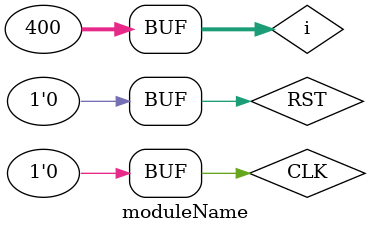
<source format=v>
module moduleName ();

reg CLK;
wire [31:0] OUT;
reg RST;
integer i;
SingleCpu SingleCpu1 (.CLK(CLK), .RST(RST), .OUT(OUT));

initial begin
    RST = 1;
    CLK = 0;
    #5;
    CLK = 1;
    #5
    RST = 0;
    CLK = 0;
    #5
    for(i=0; i<400; i=i+1) begin
        CLK = 1;
        #5
        CLK = 0;
        #5;
    end


end


// always begin
//     #6 CLK=0;
//     #4 CLK=1;
// end

    
endmodule
</source>
